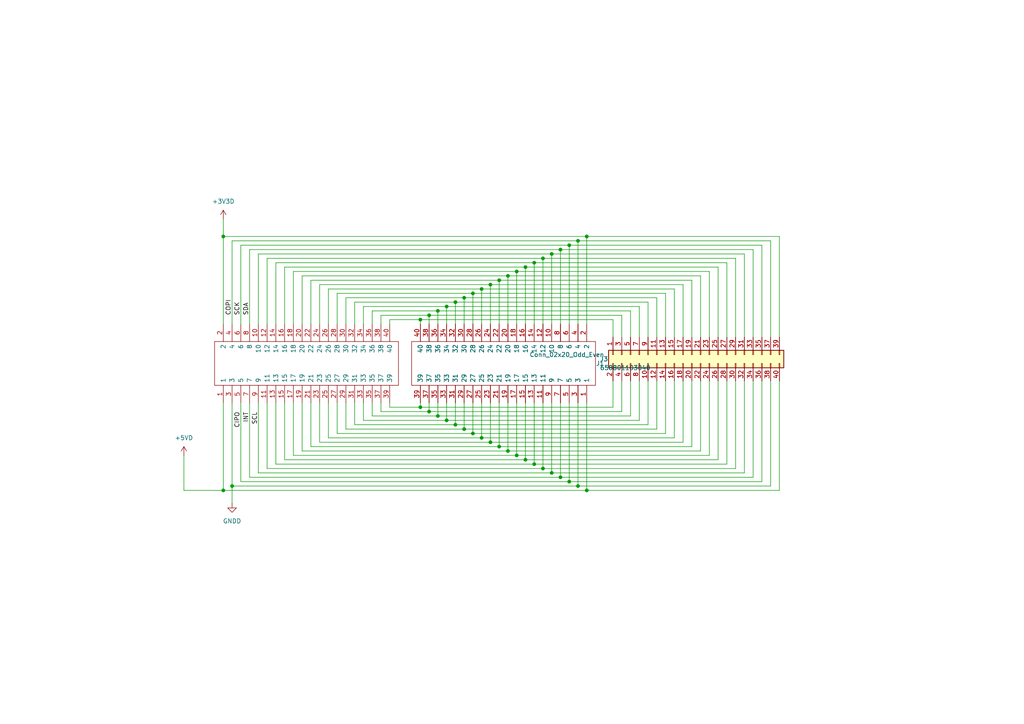
<source format=kicad_sch>
(kicad_sch (version 20250114) (generator "eeschema") (generator_version "9.0")
  (paper "A4")
  (lib_symbols
    (symbol "Connector_Generic:Conn_02x20_Odd_Even" (pin_names (offset 1.016) (hide yes))
      (property "Reference" "J" (at 1.27 25.4 0))
      (property "Value" "Conn_02x20_Odd_Even" (at 1.27 -27.94 0))
      (symbol "Conn_02x20_Odd_Even_1_1"
        (rectangle (start -1.27 24.13) (end 3.81 -26.67) (stroke (width 0.254)) (fill (type background)))
        (rectangle (start -1.27 22.987) (end 0 22.733) (stroke (width 0.1524)))
        (rectangle (start -1.27 20.447) (end 0 20.193) (stroke (width 0.1524)))
        (rectangle (start -1.27 17.907) (end 0 17.653) (stroke (width 0.1524)))
        (rectangle (start -1.27 15.367) (end 0 15.113) (stroke (width 0.1524)))
        (rectangle (start -1.27 12.827) (end 0 12.573) (stroke (width 0.1524)))
        (rectangle (start -1.27 10.287) (end 0 10.033) (stroke (width 0.1524)))
        (rectangle (start -1.27 7.747) (end 0 7.493) (stroke (width 0.1524)))
        (rectangle (start -1.27 5.207) (end 0 4.953) (stroke (width 0.1524)))
        (rectangle (start -1.27 2.667) (end 0 2.413) (stroke (width 0.1524)))
        (rectangle (start -1.27 0.127) (end 0 -0.127) (stroke (width 0.1524)))
        (rectangle (start -1.27 -2.413) (end 0 -2.667) (stroke (width 0.1524)))
        (rectangle (start -1.27 -4.953) (end 0 -5.207) (stroke (width 0.1524)))
        (rectangle (start -1.27 -7.493) (end 0 -7.747) (stroke (width 0.1524)))
        (rectangle (start -1.27 -10.033) (end 0 -10.287) (stroke (width 0.1524)))
        (rectangle (start -1.27 -12.573) (end 0 -12.827) (stroke (width 0.1524)))
        (rectangle (start -1.27 -15.113) (end 0 -15.367) (stroke (width 0.1524)))
        (rectangle (start -1.27 -17.653) (end 0 -17.907) (stroke (width 0.1524)))
        (rectangle (start -1.27 -20.193) (end 0 -20.447) (stroke (width 0.1524)))
        (rectangle (start -1.27 -22.733) (end 0 -22.987) (stroke (width 0.1524)))
        (rectangle (start -1.27 -25.273) (end 0 -25.527) (stroke (width 0.1524)))
        (rectangle (start 3.81 22.987) (end 2.54 22.733) (stroke (width 0.1524)))
        (rectangle (start 3.81 20.447) (end 2.54 20.193) (stroke (width 0.1524)))
        (rectangle (start 3.81 17.907) (end 2.54 17.653) (stroke (width 0.1524)))
        (rectangle (start 3.81 15.367) (end 2.54 15.113) (stroke (width 0.1524)))
        (rectangle (start 3.81 12.827) (end 2.54 12.573) (stroke (width 0.1524)))
        (rectangle (start 3.81 10.287) (end 2.54 10.033) (stroke (width 0.1524)))
        (rectangle (start 3.81 7.747) (end 2.54 7.493) (stroke (width 0.1524)))
        (rectangle (start 3.81 5.207) (end 2.54 4.953) (stroke (width 0.1524)))
        (rectangle (start 3.81 2.667) (end 2.54 2.413) (stroke (width 0.1524)))
        (rectangle (start 3.81 0.127) (end 2.54 -0.127) (stroke (width 0.1524)))
        (rectangle (start 3.81 -2.413) (end 2.54 -2.667) (stroke (width 0.1524)))
        (rectangle (start 3.81 -4.953) (end 2.54 -5.207) (stroke (width 0.1524)))
        (rectangle (start 3.81 -7.493) (end 2.54 -7.747) (stroke (width 0.1524)))
        (rectangle (start 3.81 -10.033) (end 2.54 -10.287) (stroke (width 0.1524)))
        (rectangle (start 3.81 -12.573) (end 2.54 -12.827) (stroke (width 0.1524)))
        (rectangle (start 3.81 -15.113) (end 2.54 -15.367) (stroke (width 0.1524)))
        (rectangle (start 3.81 -17.653) (end 2.54 -17.907) (stroke (width 0.1524)))
        (rectangle (start 3.81 -20.193) (end 2.54 -20.447) (stroke (width 0.1524)))
        (rectangle (start 3.81 -22.733) (end 2.54 -22.987) (stroke (width 0.1524)))
        (rectangle (start 3.81 -25.273) (end 2.54 -25.527) (stroke (width 0.1524)))
        (pin passive line (at -5.08 22.86 0) (length 3.81) (name "Pin_1") (number "1"))
        (pin passive line (at -5.08 20.32 0) (length 3.81) (name "Pin_3") (number "3"))
        (pin passive line (at -5.08 17.78 0) (length 3.81) (name "Pin_5") (number "5"))
        (pin passive line (at -5.08 15.24 0) (length 3.81) (name "Pin_7") (number "7"))
        (pin passive line (at -5.08 12.7 0) (length 3.81) (name "Pin_9") (number "9"))
        (pin passive line (at -5.08 10.16 0) (length 3.81) (name "Pin_11") (number "11"))
        (pin passive line (at -5.08 7.62 0) (length 3.81) (name "Pin_13") (number "13"))
        (pin passive line (at -5.08 5.08 0) (length 3.81) (name "Pin_15") (number "15"))
        (pin passive line (at -5.08 2.54 0) (length 3.81) (name "Pin_17") (number "17"))
        (pin passive line (at -5.08 0 0) (length 3.81) (name "Pin_19") (number "19"))
        (pin passive line (at -5.08 -2.54 0) (length 3.81) (name "Pin_21") (number "21"))
        (pin passive line (at -5.08 -5.08 0) (length 3.81) (name "Pin_23") (number "23"))
        (pin passive line (at -5.08 -7.62 0) (length 3.81) (name "Pin_25") (number "25"))
        (pin passive line (at -5.08 -10.16 0) (length 3.81) (name "Pin_27") (number "27"))
        (pin passive line (at -5.08 -12.7 0) (length 3.81) (name "Pin_29") (number "29"))
        (pin passive line (at -5.08 -15.24 0) (length 3.81) (name "Pin_31") (number "31"))
        (pin passive line (at -5.08 -17.78 0) (length 3.81) (name "Pin_33") (number "33"))
        (pin passive line (at -5.08 -20.32 0) (length 3.81) (name "Pin_35") (number "35"))
        (pin passive line (at -5.08 -22.86 0) (length 3.81) (name "Pin_37") (number "37"))
        (pin passive line (at -5.08 -25.4 0) (length 3.81) (name "Pin_39") (number "39"))
        (pin passive line (at 7.62 22.86 180) (length 3.81) (name "Pin_2") (number "2"))
        (pin passive line (at 7.62 20.32 180) (length 3.81) (name "Pin_4") (number "4"))
        (pin passive line (at 7.62 17.78 180) (length 3.81) (name "Pin_6") (number "6"))
        (pin passive line (at 7.62 15.24 180) (length 3.81) (name "Pin_8") (number "8"))
        (pin passive line (at 7.62 12.7 180) (length 3.81) (name "Pin_10") (number "10"))
        (pin passive line (at 7.62 10.16 180) (length 3.81) (name "Pin_12") (number "12"))
        (pin passive line (at 7.62 7.62 180) (length 3.81) (name "Pin_14") (number "14"))
        (pin passive line (at 7.62 5.08 180) (length 3.81) (name "Pin_16") (number "16"))
        (pin passive line (at 7.62 2.54 180) (length 3.81) (name "Pin_18") (number "18"))
        (pin passive line (at 7.62 0 180) (length 3.81) (name "Pin_20") (number "20"))
        (pin passive line (at 7.62 -2.54 180) (length 3.81) (name "Pin_22") (number "22"))
        (pin passive line (at 7.62 -5.08 180) (length 3.81) (name "Pin_24") (number "24"))
        (pin passive line (at 7.62 -7.62 180) (length 3.81) (name "Pin_26") (number "26"))
        (pin passive line (at 7.62 -10.16 180) (length 3.81) (name "Pin_28") (number "28"))
        (pin passive line (at 7.62 -12.7 180) (length 3.81) (name "Pin_30") (number "30"))
        (pin passive line (at 7.62 -15.24 180) (length 3.81) (name "Pin_32") (number "32"))
        (pin passive line (at 7.62 -17.78 180) (length 3.81) (name "Pin_34") (number "34"))
        (pin passive line (at 7.62 -20.32 180) (length 3.81) (name "Pin_36") (number "36"))
        (pin passive line (at 7.62 -22.86 180) (length 3.81) (name "Pin_38") (number "38"))
        (pin passive line (at 7.62 -25.4 180) (length 3.81) (name "Pin_40") (number "40"))
      )
    )
    (symbol "SamacSys_Parts:658801103040" (pin_names (offset 0.762))
      (property "Reference" "J" (at 19.05 7.62 0))
      (property "Value" "658801103040" (at 19.05 5.08 0))
      (symbol "658801103040_0_0"
        (pin passive line (at 0 0 0) (length 5.08) (name "1") (number "1"))
        (pin passive line (at 0 -2.54 0) (length 5.08) (name "3") (number "3"))
        (pin passive line (at 0 -5.08 0) (length 5.08) (name "5") (number "5"))
        (pin passive line (at 0 -7.62 0) (length 5.08) (name "7") (number "7"))
        (pin passive line (at 0 -10.16 0) (length 5.08) (name "9") (number "9"))
        (pin passive line (at 0 -12.7 0) (length 5.08) (name "11") (number "11"))
        (pin passive line (at 0 -15.24 0) (length 5.08) (name "13") (number "13"))
        (pin passive line (at 0 -17.78 0) (length 5.08) (name "15") (number "15"))
        (pin passive line (at 0 -20.32 0) (length 5.08) (name "17") (number "17"))
        (pin passive line (at 0 -22.86 0) (length 5.08) (name "19") (number "19"))
        (pin passive line (at 0 -25.4 0) (length 5.08) (name "21") (number "21"))
        (pin passive line (at 0 -27.94 0) (length 5.08) (name "23") (number "23"))
        (pin passive line (at 0 -30.48 0) (length 5.08) (name "25") (number "25"))
        (pin passive line (at 0 -33.02 0) (length 5.08) (name "27") (number "27"))
        (pin passive line (at 0 -35.56 0) (length 5.08) (name "29") (number "29"))
        (pin passive line (at 0 -38.1 0) (length 5.08) (name "31") (number "31"))
        (pin passive line (at 0 -40.64 0) (length 5.08) (name "33") (number "33"))
        (pin passive line (at 0 -43.18 0) (length 5.08) (name "35") (number "35"))
        (pin passive line (at 0 -45.72 0) (length 5.08) (name "37") (number "37"))
        (pin passive line (at 0 -48.26 0) (length 5.08) (name "39") (number "39"))
        (pin passive line (at 22.86 0 180) (length 5.08) (name "2") (number "2"))
        (pin passive line (at 22.86 -2.54 180) (length 5.08) (name "4") (number "4"))
        (pin passive line (at 22.86 -5.08 180) (length 5.08) (name "6") (number "6"))
        (pin passive line (at 22.86 -7.62 180) (length 5.08) (name "8") (number "8"))
        (pin passive line (at 22.86 -10.16 180) (length 5.08) (name "10") (number "10"))
        (pin passive line (at 22.86 -12.7 180) (length 5.08) (name "12") (number "12"))
        (pin passive line (at 22.86 -15.24 180) (length 5.08) (name "14") (number "14"))
        (pin passive line (at 22.86 -17.78 180) (length 5.08) (name "16") (number "16"))
        (pin passive line (at 22.86 -20.32 180) (length 5.08) (name "18") (number "18"))
        (pin passive line (at 22.86 -22.86 180) (length 5.08) (name "20") (number "20"))
        (pin passive line (at 22.86 -25.4 180) (length 5.08) (name "22") (number "22"))
        (pin passive line (at 22.86 -27.94 180) (length 5.08) (name "24") (number "24"))
        (pin passive line (at 22.86 -30.48 180) (length 5.08) (name "26") (number "26"))
        (pin passive line (at 22.86 -33.02 180) (length 5.08) (name "28") (number "28"))
        (pin passive line (at 22.86 -35.56 180) (length 5.08) (name "30") (number "30"))
        (pin passive line (at 22.86 -38.1 180) (length 5.08) (name "32") (number "32"))
        (pin passive line (at 22.86 -40.64 180) (length 5.08) (name "34") (number "34"))
        (pin passive line (at 22.86 -43.18 180) (length 5.08) (name "36") (number "36"))
        (pin passive line (at 22.86 -45.72 180) (length 5.08) (name "38") (number "38"))
        (pin passive line (at 22.86 -48.26 180) (length 5.08) (name "40") (number "40"))
      )
      (symbol "658801103040_0_1"
        (polyline (pts (xy 5.08 2.54) (xy 17.78 2.54) (xy 17.78 -50.8) (xy 5.08 -50.8) (xy 5.08 2.54)) (stroke (width 0.1524)))
      )
    )
    (symbol "SamacSys_Parts:658855603040" (pin_names (offset 0.762))
      (property "Reference" "J" (at 19.05 7.62 0))
      (property "Value" "658855603040" (at 19.05 5.08 0))
      (symbol "658855603040_0_0"
        (pin passive line (at 0 0 0) (length 5.08) (name "2") (number "2"))
        (pin passive line (at 0 -2.54 0) (length 5.08) (name "4") (number "4"))
        (pin passive line (at 0 -5.08 0) (length 5.08) (name "6") (number "6"))
        (pin passive line (at 0 -7.62 0) (length 5.08) (name "8") (number "8"))
        (pin passive line (at 0 -10.16 0) (length 5.08) (name "10") (number "10"))
        (pin passive line (at 0 -12.7 0) (length 5.08) (name "12") (number "12"))
        (pin passive line (at 0 -15.24 0) (length 5.08) (name "14") (number "14"))
        (pin passive line (at 0 -17.78 0) (length 5.08) (name "16") (number "16"))
        (pin passive line (at 0 -20.32 0) (length 5.08) (name "18") (number "18"))
        (pin passive line (at 0 -22.86 0) (length 5.08) (name "20") (number "20"))
        (pin passive line (at 0 -25.4 0) (length 5.08) (name "22") (number "22"))
        (pin passive line (at 0 -27.94 0) (length 5.08) (name "24") (number "24"))
        (pin passive line (at 0 -30.48 0) (length 5.08) (name "26") (number "26"))
        (pin passive line (at 0 -33.02 0) (length 5.08) (name "28") (number "28"))
        (pin passive line (at 0 -35.56 0) (length 5.08) (name "30") (number "30"))
        (pin passive line (at 0 -38.1 0) (length 5.08) (name "32") (number "32"))
        (pin passive line (at 0 -40.64 0) (length 5.08) (name "34") (number "34"))
        (pin passive line (at 0 -43.18 0) (length 5.08) (name "36") (number "36"))
        (pin passive line (at 0 -45.72 0) (length 5.08) (name "38") (number "38"))
        (pin passive line (at 0 -48.26 0) (length 5.08) (name "40") (number "40"))
        (pin passive line (at 22.86 0 180) (length 5.08) (name "1") (number "1"))
        (pin passive line (at 22.86 -2.54 180) (length 5.08) (name "3") (number "3"))
        (pin passive line (at 22.86 -5.08 180) (length 5.08) (name "5") (number "5"))
        (pin passive line (at 22.86 -7.62 180) (length 5.08) (name "7") (number "7"))
        (pin passive line (at 22.86 -10.16 180) (length 5.08) (name "9") (number "9"))
        (pin passive line (at 22.86 -12.7 180) (length 5.08) (name "11") (number "11"))
        (pin passive line (at 22.86 -15.24 180) (length 5.08) (name "13") (number "13"))
        (pin passive line (at 22.86 -17.78 180) (length 5.08) (name "15") (number "15"))
        (pin passive line (at 22.86 -20.32 180) (length 5.08) (name "17") (number "17"))
        (pin passive line (at 22.86 -22.86 180) (length 5.08) (name "19") (number "19"))
        (pin passive line (at 22.86 -25.4 180) (length 5.08) (name "21") (number "21"))
        (pin passive line (at 22.86 -27.94 180) (length 5.08) (name "23") (number "23"))
        (pin passive line (at 22.86 -30.48 180) (length 5.08) (name "25") (number "25"))
        (pin passive line (at 22.86 -33.02 180) (length 5.08) (name "27") (number "27"))
        (pin passive line (at 22.86 -35.56 180) (length 5.08) (name "29") (number "29"))
        (pin passive line (at 22.86 -38.1 180) (length 5.08) (name "31") (number "31"))
        (pin passive line (at 22.86 -40.64 180) (length 5.08) (name "33") (number "33"))
        (pin passive line (at 22.86 -43.18 180) (length 5.08) (name "35") (number "35"))
        (pin passive line (at 22.86 -45.72 180) (length 5.08) (name "37") (number "37"))
        (pin passive line (at 22.86 -48.26 180) (length 5.08) (name "39") (number "39"))
      )
      (symbol "658855603040_0_1"
        (polyline (pts (xy 5.08 2.54) (xy 17.78 2.54) (xy 17.78 -50.8) (xy 5.08 -50.8) (xy 5.08 2.54)) (stroke (width 0.1524)))
      )
    )
    (symbol "power:+5V" (power) (pin_numbers (hide yes)) (pin_names (offset 0) (hide yes))
      (property "Value" "+5V" (at 0 3.556 0))
      (symbol "+5V_0_1"
        (polyline (pts (xy -0.762 1.27) (xy 0 2.54)))
        (polyline (pts (xy 0 2.54) (xy 0.762 1.27)))
        (polyline (pts (xy 0 0) (xy 0 2.54)))
      )
      (symbol "+5V_1_1"
        (pin power_in line (at 0 0 90) (length 0) (name "~") (number "1"))
      )
    )
    (symbol "power:GND" (power) (pin_numbers (hide yes)) (pin_names (offset 0) (hide yes))
      (property "Value" "GND" (at 0 -3.81 0))
      (symbol "GND_0_1"
        (polyline (pts (xy 0 0) (xy 0 -1.27) (xy 1.27 -1.27) (xy 0 -2.54) (xy -1.27 -1.27) (xy 0 -1.27)))
      )
      (symbol "GND_1_1"
        (pin power_in line (at 0 0 270) (length 0) (name "~") (number "1"))
      )
    )
  )
  (junction (at 147.32 80.01))
  (junction (at 152.4 133.35))
  (junction (at 124.46 91.44))
  (junction (at 64.77 142.24))
  (junction (at 127 90.17))
  (junction (at 165.1 71.12))
  (junction (at 160.02 137.16))
  (junction (at 124.46 119.38))
  (junction (at 134.62 124.46))
  (junction (at 167.64 69.85))
  (junction (at 149.86 132.08))
  (junction (at 170.18 68.58))
  (junction (at 134.62 86.36))
  (junction (at 162.56 138.43))
  (junction (at 157.48 135.89))
  (junction (at 132.08 123.19))
  (junction (at 64.77 68.58))
  (junction (at 160.02 73.66))
  (junction (at 154.94 76.2))
  (junction (at 129.54 121.92))
  (junction (at 67.31 140.97))
  (junction (at 139.7 83.82))
  (junction (at 137.16 85.09))
  (junction (at 139.7 127))
  (junction (at 167.64 140.97))
  (junction (at 162.56 72.39))
  (junction (at 121.92 92.71))
  (junction (at 127 120.65))
  (junction (at 142.24 82.55))
  (junction (at 165.1 139.7))
  (junction (at 142.24 128.27))
  (junction (at 121.92 118.11))
  (junction (at 170.18 142.24))
  (junction (at 132.08 87.63))
  (junction (at 149.86 78.74))
  (junction (at 147.32 130.81))
  (junction (at 157.48 74.93))
  (junction (at 144.78 81.28))
  (junction (at 154.94 134.62))
  (junction (at 152.4 77.47))
  (junction (at 137.16 125.73))
  (junction (at 129.54 88.9))
  (junction (at 144.78 129.54))
  (wire (pts (xy 210.82 110.49) (xy 210.82 134.62)))
  (wire (pts (xy 121.92 92.71) (xy 177.8 92.71)))
  (wire (pts (xy 121.92 118.11) (xy 121.92 116.84)))
  (wire (pts (xy 64.77 116.84) (xy 64.77 142.24)))
  (wire (pts (xy 195.58 110.49) (xy 195.58 127)))
  (wire (pts (xy 185.42 88.9) (xy 129.54 88.9)))
  (wire (pts (xy 210.82 97.79) (xy 210.82 76.2)))
  (wire (pts (xy 129.54 88.9) (xy 129.54 93.98)))
  (wire (pts (xy 95.25 116.84) (xy 95.25 127)))
  (wire (pts (xy 67.31 69.85) (xy 167.64 69.85)))
  (wire (pts (xy 69.85 71.12) (xy 165.1 71.12)))
  (wire (pts (xy 102.87 87.63) (xy 132.08 87.63)))
  (wire (pts (xy 226.06 142.24) (xy 170.18 142.24)))
  (wire (pts (xy 198.12 97.79) (xy 198.12 82.55)))
  (wire (pts (xy 193.04 110.49) (xy 193.04 125.73)))
  (wire (pts (xy 187.96 87.63) (xy 132.08 87.63)))
  (wire (pts (xy 185.42 97.79) (xy 185.42 88.9)))
  (wire (pts (xy 220.98 139.7) (xy 165.1 139.7)))
  (wire (pts (xy 223.52 110.49) (xy 223.52 140.97)))
  (wire (pts (xy 218.44 97.79) (xy 218.44 72.39)))
  (wire (pts (xy 72.39 72.39) (xy 72.39 93.98)))
  (wire (pts (xy 203.2 80.01) (xy 147.32 80.01)))
  (wire (pts (xy 85.09 116.84) (xy 85.09 132.08)))
  (wire (pts (xy 74.93 73.66) (xy 74.93 93.98)))
  (wire (pts (xy 92.71 82.55) (xy 142.24 82.55)))
  (wire (pts (xy 142.24 128.27) (xy 92.71 128.27)))
  (wire (pts (xy 160.02 137.16) (xy 74.93 137.16)))
  (wire (pts (xy 92.71 116.84) (xy 92.71 128.27)))
  (wire (pts (xy 170.18 116.84) (xy 170.18 142.24)))
  (wire (pts (xy 105.41 116.84) (xy 105.41 121.92)))
  (wire (pts (xy 190.5 124.46) (xy 134.62 124.46)))
  (wire (pts (xy 100.33 86.36) (xy 100.33 93.98)))
  (wire (pts (xy 215.9 97.79) (xy 215.9 73.66)))
  (wire (pts (xy 77.47 74.93) (xy 77.47 93.98)))
  (wire (pts (xy 142.24 82.55) (xy 142.24 93.98)))
  (wire (pts (xy 110.49 91.44) (xy 124.46 91.44)))
  (wire (pts (xy 67.31 69.85) (xy 67.31 93.98)))
  (wire (pts (xy 74.93 73.66) (xy 160.02 73.66)))
  (wire (pts (xy 167.64 140.97) (xy 67.31 140.97)))
  (wire (pts (xy 213.36 110.49) (xy 213.36 135.89)))
  (wire (pts (xy 127 90.17) (xy 127 93.98)))
  (wire (pts (xy 95.25 83.82) (xy 139.7 83.82)))
  (wire (pts (xy 92.71 82.55) (xy 92.71 93.98)))
  (wire (pts (xy 220.98 110.49) (xy 220.98 139.7)))
  (wire (pts (xy 67.31 116.84) (xy 67.31 140.97)))
  (wire (pts (xy 226.06 110.49) (xy 226.06 142.24)))
  (wire (pts (xy 80.01 116.84) (xy 80.01 134.62)))
  (wire (pts (xy 87.63 80.01) (xy 147.32 80.01)))
  (wire (pts (xy 124.46 119.38) (xy 110.49 119.38)))
  (wire (pts (xy 200.66 81.28) (xy 144.78 81.28)))
  (wire (pts (xy 102.87 116.84) (xy 102.87 123.19)))
  (wire (pts (xy 154.94 134.62) (xy 80.01 134.62)))
  (wire (pts (xy 107.95 116.84) (xy 107.95 120.65)))
  (wire (pts (xy 208.28 77.47) (xy 152.4 77.47)))
  (wire (pts (xy 102.87 87.63) (xy 102.87 93.98)))
  (wire (pts (xy 64.77 63.5) (xy 64.77 68.58)))
  (wire (pts (xy 77.47 74.93) (xy 157.48 74.93)))
  (wire (pts (xy 218.44 110.49) (xy 218.44 138.43)))
  (wire (pts (xy 105.41 88.9) (xy 129.54 88.9)))
  (wire (pts (xy 107.95 90.17) (xy 127 90.17)))
  (wire (pts (xy 95.25 83.82) (xy 95.25 93.98)))
  (wire (pts (xy 226.06 97.79) (xy 226.06 68.58)))
  (wire (pts (xy 198.12 128.27) (xy 142.24 128.27)))
  (wire (pts (xy 85.09 78.74) (xy 85.09 93.98)))
  (wire (pts (xy 64.77 68.58) (xy 170.18 68.58)))
  (wire (pts (xy 87.63 116.84) (xy 87.63 130.81)))
  (wire (pts (xy 121.92 92.71) (xy 121.92 93.98)))
  (wire (pts (xy 226.06 68.58) (xy 170.18 68.58)))
  (wire (pts (xy 107.95 90.17) (xy 107.95 93.98)))
  (wire (pts (xy 127 120.65) (xy 107.95 120.65)))
  (wire (pts (xy 137.16 116.84) (xy 137.16 125.73)))
  (wire (pts (xy 53.34 132.08) (xy 53.34 142.24)))
  (wire (pts (xy 132.08 116.84) (xy 132.08 123.19)))
  (wire (pts (xy 105.41 88.9) (xy 105.41 93.98)))
  (wire (pts (xy 195.58 97.79) (xy 195.58 83.82)))
  (wire (pts (xy 203.2 97.79) (xy 203.2 80.01)))
  (wire (pts (xy 100.33 116.84) (xy 100.33 124.46)))
  (wire (pts (xy 223.52 140.97) (xy 167.64 140.97)))
  (wire (pts (xy 200.66 129.54) (xy 144.78 129.54)))
  (wire (pts (xy 198.12 110.49) (xy 198.12 128.27)))
  (wire (pts (xy 90.17 81.28) (xy 90.17 93.98)))
  (wire (pts (xy 195.58 83.82) (xy 139.7 83.82)))
  (wire (pts (xy 210.82 76.2) (xy 154.94 76.2)))
  (wire (pts (xy 113.03 92.71) (xy 113.03 93.98)))
  (wire (pts (xy 213.36 97.79) (xy 213.36 74.93)))
  (wire (pts (xy 87.63 80.01) (xy 87.63 93.98)))
  (wire (pts (xy 152.4 116.84) (xy 152.4 133.35)))
  (wire (pts (xy 90.17 81.28) (xy 144.78 81.28)))
  (wire (pts (xy 80.01 76.2) (xy 154.94 76.2)))
  (wire (pts (xy 177.8 92.71) (xy 177.8 97.79)))
  (wire (pts (xy 180.34 110.49) (xy 180.34 119.38)))
  (wire (pts (xy 167.64 69.85) (xy 167.64 93.98)))
  (wire (pts (xy 110.49 116.84) (xy 110.49 119.38)))
  (wire (pts (xy 170.18 142.24) (xy 64.77 142.24)))
  (wire (pts (xy 129.54 116.84) (xy 129.54 121.92)))
  (wire (pts (xy 152.4 77.47) (xy 152.4 93.98)))
  (wire (pts (xy 208.28 110.49) (xy 208.28 133.35)))
  (wire (pts (xy 165.1 71.12) (xy 165.1 93.98)))
  (wire (pts (xy 139.7 116.84) (xy 139.7 127)))
  (wire (pts (xy 137.16 85.09) (xy 137.16 93.98)))
  (wire (pts (xy 82.55 77.47) (xy 152.4 77.47)))
  (wire (pts (xy 137.16 85.09) (xy 193.04 85.09)))
  (wire (pts (xy 205.74 110.49) (xy 205.74 132.08)))
  (wire (pts (xy 113.03 92.71) (xy 121.92 92.71)))
  (wire (pts (xy 187.96 123.19) (xy 132.08 123.19)))
  (wire (pts (xy 162.56 116.84) (xy 162.56 138.43)))
  (wire (pts (xy 72.39 116.84) (xy 72.39 138.43)))
  (wire (pts (xy 113.03 118.11) (xy 113.03 116.84)))
  (wire (pts (xy 182.88 120.65) (xy 127 120.65)))
  (wire (pts (xy 180.34 91.44) (xy 124.46 91.44)))
  (wire (pts (xy 210.82 134.62) (xy 154.94 134.62)))
  (wire (pts (xy 167.64 116.84) (xy 167.64 140.97)))
  (wire (pts (xy 187.96 97.79) (xy 187.96 87.63)))
  (wire (pts (xy 124.46 116.84) (xy 124.46 119.38)))
  (wire (pts (xy 190.5 97.79) (xy 190.5 86.36)))
  (wire (pts (xy 160.02 116.84) (xy 160.02 137.16)))
  (wire (pts (xy 187.96 110.49) (xy 187.96 123.19)))
  (wire (pts (xy 137.16 125.73) (xy 193.04 125.73)))
  (wire (pts (xy 218.44 72.39) (xy 162.56 72.39)))
  (wire (pts (xy 218.44 138.43) (xy 162.56 138.43)))
  (wire (pts (xy 77.47 116.84) (xy 77.47 135.89)))
  (wire (pts (xy 220.98 71.12) (xy 165.1 71.12)))
  (wire (pts (xy 134.62 124.46) (xy 100.33 124.46)))
  (wire (pts (xy 149.86 78.74) (xy 149.86 93.98)))
  (wire (pts (xy 69.85 116.84) (xy 69.85 139.7)))
  (wire (pts (xy 220.98 97.79) (xy 220.98 71.12)))
  (wire (pts (xy 182.88 97.79) (xy 182.88 90.17)))
  (wire (pts (xy 147.32 116.84) (xy 147.32 130.81)))
  (wire (pts (xy 190.5 86.36) (xy 134.62 86.36)))
  (wire (pts (xy 185.42 121.92) (xy 129.54 121.92)))
  (wire (pts (xy 223.52 69.85) (xy 167.64 69.85)))
  (wire (pts (xy 205.74 78.74) (xy 149.86 78.74)))
  (wire (pts (xy 137.16 125.73) (xy 97.79 125.73)))
  (wire (pts (xy 162.56 138.43) (xy 72.39 138.43)))
  (wire (pts (xy 180.34 97.79) (xy 180.34 91.44)))
  (wire (pts (xy 121.92 118.11) (xy 113.03 118.11)))
  (wire (pts (xy 157.48 116.84) (xy 157.48 135.89)))
  (wire (pts (xy 149.86 116.84) (xy 149.86 132.08)))
  (wire (pts (xy 53.34 142.24) (xy 64.77 142.24)))
  (wire (pts (xy 200.66 110.49) (xy 200.66 129.54)))
  (wire (pts (xy 144.78 116.84) (xy 144.78 129.54)))
  (wire (pts (xy 80.01 76.2) (xy 80.01 93.98)))
  (wire (pts (xy 198.12 82.55) (xy 142.24 82.55)))
  (wire (pts (xy 182.88 110.49) (xy 182.88 120.65)))
  (wire (pts (xy 223.52 97.79) (xy 223.52 69.85)))
  (wire (pts (xy 177.8 110.49) (xy 177.8 118.11)))
  (wire (pts (xy 74.93 116.84) (xy 74.93 137.16)))
  (wire (pts (xy 134.62 86.36) (xy 134.62 93.98)))
  (wire (pts (xy 82.55 116.84) (xy 82.55 133.35)))
  (wire (pts (xy 165.1 139.7) (xy 69.85 139.7)))
  (wire (pts (xy 144.78 81.28) (xy 144.78 93.98)))
  (wire (pts (xy 165.1 116.84) (xy 165.1 139.7)))
  (wire (pts (xy 147.32 80.01) (xy 147.32 93.98)))
  (wire (pts (xy 208.28 97.79) (xy 208.28 77.47)))
  (wire (pts (xy 205.74 132.08) (xy 149.86 132.08)))
  (wire (pts (xy 134.62 116.84) (xy 134.62 124.46)))
  (wire (pts (xy 64.77 68.58) (xy 64.77 93.98)))
  (wire (pts (xy 160.02 73.66) (xy 160.02 93.98)))
  (wire (pts (xy 208.28 133.35) (xy 152.4 133.35)))
  (wire (pts (xy 190.5 110.49) (xy 190.5 124.46)))
  (wire (pts (xy 203.2 130.81) (xy 147.32 130.81)))
  (wire (pts (xy 152.4 133.35) (xy 82.55 133.35)))
  (wire (pts (xy 97.79 85.09) (xy 97.79 93.98)))
  (wire (pts (xy 144.78 129.54) (xy 90.17 129.54)))
  (wire (pts (xy 185.42 110.49) (xy 185.42 121.92)))
  (wire (pts (xy 170.18 68.58) (xy 170.18 93.98)))
  (wire (pts (xy 193.04 97.79) (xy 193.04 85.09)))
  (wire (pts (xy 69.85 71.12) (xy 69.85 93.98)))
  (wire (pts (xy 132.08 123.19) (xy 102.87 123.19)))
  (wire (pts (xy 157.48 135.89) (xy 77.47 135.89)))
  (wire (pts (xy 162.56 72.39) (xy 162.56 93.98)))
  (wire (pts (xy 147.32 130.81) (xy 87.63 130.81)))
  (wire (pts (xy 149.86 132.08) (xy 85.09 132.08)))
  (wire (pts (xy 154.94 76.2) (xy 154.94 93.98)))
  (wire (pts (xy 154.94 116.84) (xy 154.94 134.62)))
  (wire (pts (xy 132.08 87.63) (xy 132.08 93.98)))
  (wire (pts (xy 121.92 118.11) (xy 177.8 118.11)))
  (wire (pts (xy 100.33 86.36) (xy 134.62 86.36)))
  (wire (pts (xy 67.31 140.97) (xy 67.31 146.05)))
  (wire (pts (xy 142.24 116.84) (xy 142.24 128.27)))
  (wire (pts (xy 90.17 116.84) (xy 90.17 129.54)))
  (wire (pts (xy 139.7 83.82) (xy 139.7 93.98)))
  (wire (pts (xy 124.46 91.44) (xy 124.46 93.98)))
  (wire (pts (xy 213.36 135.89) (xy 157.48 135.89)))
  (wire (pts (xy 139.7 127) (xy 95.25 127)))
  (wire (pts (xy 182.88 90.17) (xy 127 90.17)))
  (wire (pts (xy 85.09 78.74) (xy 149.86 78.74)))
  (wire (pts (xy 203.2 110.49) (xy 203.2 130.81)))
  (wire (pts (xy 110.49 91.44) (xy 110.49 93.98)))
  (wire (pts (xy 129.54 121.92) (xy 105.41 121.92)))
  (wire (pts (xy 200.66 97.79) (xy 200.66 81.28)))
  (wire (pts (xy 215.9 110.49) (xy 215.9 137.16)))
  (wire (pts (xy 215.9 73.66) (xy 160.02 73.66)))
  (wire (pts (xy 97.79 85.09) (xy 137.16 85.09)))
  (wire (pts (xy 72.39 72.39) (xy 162.56 72.39)))
  (wire (pts (xy 195.58 127) (xy 139.7 127)))
  (wire (pts (xy 180.34 119.38) (xy 124.46 119.38)))
  (wire (pts (xy 127 116.84) (xy 127 120.65)))
  (wire (pts (xy 82.55 77.47) (xy 82.55 93.98)))
  (wire (pts (xy 215.9 137.16) (xy 160.02 137.16)))
  (wire (pts (xy 205.74 97.79) (xy 205.74 78.74)))
  (wire (pts (xy 97.79 116.84) (xy 97.79 125.73)))
  (wire (pts (xy 213.36 74.93) (xy 157.48 74.93)))
  (wire (pts (xy 157.48 74.93) (xy 157.48 93.98)))
  (label "INT" (at 72.39 119.38 270))
  (label "SCK" (at 69.85 91.44 90))
  (label "SDA" (at 72.39 91.44 90))
  (label "SCL" (at 74.93 119.38 270))
  (label "COPI" (at 67.31 91.44 90))
  (label "CIPO" (at 69.85 119.38 270))
  (symbol (lib_id "power:+5V") (at 64.77 63.5 0) (unit 1)
    (property "Reference" "#PWR03" (effects (hide yes)))
    (property "Value" "+3V3D" (at 64.77 58.42 0))
    (property "Description" "Power symbol creates a global label with name \"+5V\"" (effects (hide yes)))
  )
  (symbol (lib_id "power:+5V") (at 53.34 132.08 0) (unit 1)
    (property "Reference" "#PWR04" (effects (hide yes)))
    (property "Value" "+5VD" (at 53.34 127 0))
    (property "Description" "Power symbol creates a global label with name \"+5V\"" (effects (hide yes)))
  )
  (symbol (lib_id "SamacSys_Parts:658855603040") (at 64.77 93.98 90) (mirror x) (unit 1)
    (property "Reference" "J4" (effects (hide yes)))
    (property "Value" "658855603040" (effects (hide yes)))
    (property "Footprint" "SamacSys_Parts:658801103040" (effects (hide yes)))
    (property "Datasheet" "https://www.we-online.com/components/products/datasheet/658855603040.pdf" (effects (hide yes)))
    (property "Description" "40 Position Connector Plug, Center Strip Contacts Surface Mount Gold" (effects (hide yes)))
    (property "Description_1" "40 Position Connector Plug, Center Strip Contacts Surface Mount Gold" (effects (hide yes)))
    (property "Height" "6.18" (effects (hide yes)))
    (property "Mouser Part Number" "710-658855603040" (effects (hide yes)))
    (property "Mouser Price/Stock" "https://www.mouser.co.uk/ProductDetail/Wurth-Elektronik/658855603040?qs=YCa%2FAAYMW02e2zQIiujXjQ%3D%3D" (effects (hide yes)))
    (property "Manufacturer_Name" "Wurth Elektronik" (effects (hide yes)))
    (property "Manufacturer_Part_Number" "658855603040" (effects (hide yes)))
  )
  (symbol (lib_id "power:GND") (at 67.31 146.05 0) (unit 1)
    (property "Reference" "#PWR05" (effects (hide yes)))
    (property "Value" "GNDD" (at 67.31 151.13 0))
    (property "Description" "Power symbol creates a global label with name \"GND\" , ground" (effects (hide yes)))
  )
  (symbol (lib_id "SamacSys_Parts:658801103040") (at 170.18 116.84 270) (mirror x) (unit 1)
    (property "Reference" "J3" (at 173.99 104.1399 90) (effects (justify left)))
    (property "Value" "658801103040" (at 173.99 106.6799 90) (effects (justify left)))
    (property "Footprint" "SamacSys_Parts:658855603040" (effects (hide yes)))
    (property "Datasheet" "https://katalog.we-online.de/em/datasheet/658801103040.pdf" (effects (hide yes)))
    (property "Description" "Headers & Wire Housings WR-BTB 1mm Fml Vert Rcptl 11.75mm Ht 40P" (effects (hide yes)))
    (property "Description_1" "Headers & Wire Housings WR-BTB 1mm Fml Vert Rcptl 11.75mm Ht 40P" (effects (hide yes)))
    (property "Height" "11.75" (effects (hide yes)))
    (property "Mouser Part Number" "710-658801103040" (effects (hide yes)))
    (property "Mouser Price/Stock" "https://www.mouser.com/Search/Refine.aspx?Keyword=710-658801103040" (effects (hide yes)))
    (property "Manufacturer_Name" "Wurth Elektronik" (effects (hide yes)))
    (property "Manufacturer_Part_Number" "658801103040" (effects (hide yes)))
  )
  (symbol (lib_id "Connector_Generic:Conn_02x20_Odd_Even") (at 200.66 102.87 90) (mirror x) (unit 1)
    (property "Reference" "J1" (at 175.26 105.4101 90) (effects (justify left)))
    (property "Value" "Conn_02x20_Odd_Even" (at 175.26 102.8701 90) (effects (justify left)))
    (property "Footprint" "Connector_PinHeader_2.54mm:PinHeader_2x20_P2.54mm_Horizontal" (effects (hide yes)))
    (property "Description" "Generic connector, double row, 02x20, odd/even pin numbering scheme (row 1 odd numbers, row 2 even numbers), script generated (kicad-library-utils/schlib/autogen/connector/)" (effects (hide yes)))
  )
)
</source>
